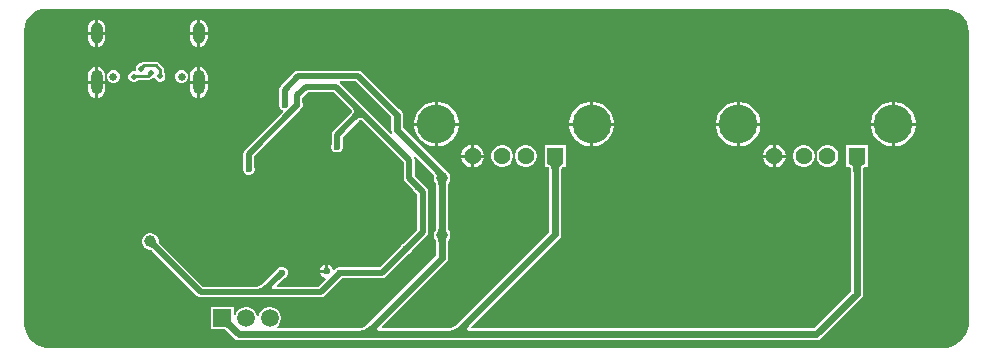
<source format=gbl>
G04*
G04 #@! TF.GenerationSoftware,Altium Limited,Altium Designer,23.5.1 (21)*
G04*
G04 Layer_Physical_Order=2*
G04 Layer_Color=16711680*
%FSLAX44Y44*%
%MOMM*%
G71*
G04*
G04 #@! TF.SameCoordinates,2BC34154-30F2-4EB8-A0CA-646768C512BA*
G04*
G04*
G04 #@! TF.FilePolarity,Positive*
G04*
G01*
G75*
%ADD12C,0.2540*%
G04:AMPARAMS|DCode=43|XSize=1mm|YSize=1.8mm|CornerRadius=0.5mm|HoleSize=0mm|Usage=FLASHONLY|Rotation=180.000|XOffset=0mm|YOffset=0mm|HoleType=Round|Shape=RoundedRectangle|*
%AMROUNDEDRECTD43*
21,1,1.0000,0.8000,0,0,180.0*
21,1,0.0000,1.8000,0,0,180.0*
1,1,1.0000,0.0000,0.4000*
1,1,1.0000,0.0000,0.4000*
1,1,1.0000,0.0000,-0.4000*
1,1,1.0000,0.0000,-0.4000*
%
%ADD43ROUNDEDRECTD43*%
G04:AMPARAMS|DCode=44|XSize=1mm|YSize=2.1mm|CornerRadius=0.5mm|HoleSize=0mm|Usage=FLASHONLY|Rotation=180.000|XOffset=0mm|YOffset=0mm|HoleType=Round|Shape=RoundedRectangle|*
%AMROUNDEDRECTD44*
21,1,1.0000,1.1000,0,0,180.0*
21,1,0.0000,2.1000,0,0,180.0*
1,1,1.0000,0.0000,0.5500*
1,1,1.0000,0.0000,0.5500*
1,1,1.0000,0.0000,-0.5500*
1,1,1.0000,0.0000,-0.5500*
%
%ADD44ROUNDEDRECTD44*%
%ADD45C,0.6500*%
%ADD53C,0.5000*%
%ADD55C,0.6000*%
%ADD61R,1.4280X1.4280*%
%ADD62C,1.4280*%
%ADD63C,3.2760*%
%ADD64C,4.5000*%
%ADD65C,1.5000*%
%ADD66R,1.5000X1.5000*%
%ADD67C,0.6000*%
%ADD68C,1.0000*%
%ADD69C,0.5000*%
%ADD70C,1.2000*%
G36*
X974090Y1273810D02*
X976179Y1273770D01*
X980261Y1272876D01*
X984091Y1271204D01*
X987520Y1268816D01*
X990418Y1265805D01*
X992673Y1262287D01*
X994198Y1258396D01*
X994934Y1254283D01*
X994894Y1252194D01*
X994894Y1252194D01*
X994894Y1252194D01*
X994410Y1008380D01*
X994410Y1006254D01*
X993580Y1002082D01*
X991953Y998153D01*
X989590Y994617D01*
X986583Y991610D01*
X983047Y989247D01*
X979118Y987619D01*
X974946Y986790D01*
X972820Y986790D01*
X215900D01*
X213773Y986790D01*
X209602Y987620D01*
X205673Y989247D01*
X202137Y991610D01*
X199130Y994617D01*
X196767Y998153D01*
X195140Y1002082D01*
X194310Y1006254D01*
X194310Y1008380D01*
Y1253490D01*
Y1255491D01*
X195091Y1259417D01*
X196623Y1263115D01*
X198846Y1266443D01*
X201677Y1269273D01*
X205005Y1271497D01*
X208703Y1273029D01*
X212629Y1273810D01*
X214630D01*
X974090Y1273810D01*
D02*
G37*
%LPC*%
G36*
X257270Y1264426D02*
Y1254258D01*
X263605D01*
Y1256988D01*
X263346Y1258957D01*
X262586Y1260791D01*
X261378Y1262366D01*
X259803Y1263575D01*
X257968Y1264334D01*
X257270Y1264426D01*
D02*
G37*
G36*
X343670D02*
Y1254258D01*
X350005D01*
Y1256988D01*
X349746Y1258957D01*
X348986Y1260791D01*
X347778Y1262366D01*
X346203Y1263575D01*
X344368Y1264334D01*
X343670Y1264426D01*
D02*
G37*
G36*
X254730D02*
X254032Y1264334D01*
X252197Y1263575D01*
X250622Y1262366D01*
X249414Y1260791D01*
X248654Y1258957D01*
X248395Y1256988D01*
Y1254258D01*
X254730D01*
Y1264426D01*
D02*
G37*
G36*
X341130D02*
X340432Y1264334D01*
X338597Y1263575D01*
X337022Y1262366D01*
X335814Y1260791D01*
X335054Y1258957D01*
X334795Y1256988D01*
Y1254258D01*
X341130D01*
Y1264426D01*
D02*
G37*
G36*
X350005Y1251718D02*
X343670D01*
Y1241551D01*
X344368Y1241643D01*
X346203Y1242402D01*
X347778Y1243611D01*
X348986Y1245186D01*
X349746Y1247020D01*
X350005Y1248988D01*
Y1251718D01*
D02*
G37*
G36*
X263605D02*
X257270D01*
Y1241551D01*
X257968Y1241643D01*
X259803Y1242402D01*
X261378Y1243611D01*
X262586Y1245186D01*
X263346Y1247020D01*
X263605Y1248988D01*
Y1251718D01*
D02*
G37*
G36*
X341130D02*
X334795D01*
Y1248988D01*
X335054Y1247020D01*
X335814Y1245186D01*
X337022Y1243611D01*
X338597Y1242402D01*
X340432Y1241643D01*
X341130Y1241551D01*
Y1251718D01*
D02*
G37*
G36*
X254730D02*
X248395D01*
Y1248988D01*
X248654Y1247020D01*
X249414Y1245186D01*
X250622Y1243611D01*
X252197Y1242402D01*
X254032Y1241643D01*
X254730Y1241551D01*
Y1251718D01*
D02*
G37*
G36*
X257270Y1224126D02*
Y1212458D01*
X263605D01*
Y1216689D01*
X263346Y1218657D01*
X262586Y1220491D01*
X261378Y1222066D01*
X259803Y1223275D01*
X257968Y1224034D01*
X257270Y1224126D01*
D02*
G37*
G36*
X343670D02*
Y1212458D01*
X350005D01*
Y1216689D01*
X349746Y1218657D01*
X348986Y1220491D01*
X347778Y1222066D01*
X346203Y1223275D01*
X344368Y1224034D01*
X343670Y1224126D01*
D02*
G37*
G36*
X254730D02*
X254032Y1224034D01*
X252197Y1223275D01*
X250622Y1222066D01*
X249414Y1220491D01*
X248654Y1218657D01*
X248395Y1216689D01*
Y1212458D01*
X254730D01*
Y1224126D01*
D02*
G37*
G36*
X341130D02*
X340432Y1224034D01*
X338597Y1223275D01*
X337022Y1222066D01*
X335814Y1220491D01*
X335054Y1218657D01*
X334795Y1216689D01*
Y1212458D01*
X341130D01*
Y1224126D01*
D02*
G37*
G36*
X306144Y1228935D02*
X296307D01*
X295031Y1228681D01*
X293950Y1227958D01*
X293366Y1227374D01*
X293301Y1227320D01*
X292694D01*
X291040Y1226635D01*
X289774Y1225369D01*
X289089Y1223715D01*
Y1221925D01*
X289236Y1221571D01*
X288706Y1220920D01*
X288287Y1220543D01*
X286608D01*
X284954Y1219858D01*
X283689Y1218592D01*
X283004Y1216938D01*
Y1215148D01*
X283689Y1213494D01*
X284954Y1212228D01*
X286608Y1211543D01*
X288399D01*
X290053Y1212228D01*
X290793Y1212969D01*
X290819Y1212973D01*
X290906Y1212981D01*
X299460D01*
X300736Y1213235D01*
X301817Y1213958D01*
X302559Y1214700D01*
X302895D01*
X304205Y1215243D01*
X304672Y1215314D01*
X305688Y1214728D01*
X306085Y1213771D01*
X307351Y1212505D01*
X309005Y1211820D01*
X310795D01*
X312449Y1212505D01*
X313715Y1213771D01*
X314400Y1215425D01*
Y1217215D01*
X313715Y1218869D01*
X313203Y1219381D01*
X313192Y1219430D01*
X313181Y1219501D01*
X313174Y1219579D01*
Y1221904D01*
X312920Y1223180D01*
X312197Y1224262D01*
X308501Y1227958D01*
X307420Y1228681D01*
X306144Y1228935D01*
D02*
G37*
G36*
X329144Y1221439D02*
X327056D01*
X325126Y1220639D01*
X323649Y1219162D01*
X322850Y1217233D01*
Y1215144D01*
X323649Y1213215D01*
X325126Y1211738D01*
X327056Y1210938D01*
X329144D01*
X331074Y1211738D01*
X332551Y1213215D01*
X333350Y1215144D01*
Y1217233D01*
X332551Y1219162D01*
X331074Y1220639D01*
X329144Y1221439D01*
D02*
G37*
G36*
X271344D02*
X269256D01*
X267326Y1220639D01*
X265849Y1219162D01*
X265050Y1217233D01*
Y1215144D01*
X265849Y1213215D01*
X267326Y1211738D01*
X269256Y1210938D01*
X271344D01*
X273274Y1211738D01*
X274751Y1213215D01*
X275550Y1215144D01*
Y1217233D01*
X274751Y1219162D01*
X273274Y1220639D01*
X271344Y1221439D01*
D02*
G37*
G36*
X350005Y1209918D02*
X343670D01*
Y1198251D01*
X344368Y1198343D01*
X346203Y1199102D01*
X347778Y1200311D01*
X348986Y1201886D01*
X349746Y1203720D01*
X350005Y1205688D01*
Y1209918D01*
D02*
G37*
G36*
X263605D02*
X257270D01*
Y1198251D01*
X257968Y1198343D01*
X259803Y1199102D01*
X261378Y1200311D01*
X262586Y1201886D01*
X263346Y1203720D01*
X263605Y1205688D01*
Y1209918D01*
D02*
G37*
G36*
X341130D02*
X334795D01*
Y1205688D01*
X335054Y1203720D01*
X335814Y1201886D01*
X337022Y1200311D01*
X338597Y1199102D01*
X340432Y1198343D01*
X341130Y1198251D01*
Y1209918D01*
D02*
G37*
G36*
X254730D02*
X248395D01*
Y1205688D01*
X248654Y1203720D01*
X249414Y1201886D01*
X250622Y1200311D01*
X252197Y1199102D01*
X254032Y1198343D01*
X254730Y1198251D01*
Y1209918D01*
D02*
G37*
G36*
X932433Y1194920D02*
X931840D01*
Y1177270D01*
X949490D01*
Y1177863D01*
X948763Y1181519D01*
X947337Y1184962D01*
X945266Y1188061D01*
X942631Y1190696D01*
X939532Y1192767D01*
X936089Y1194193D01*
X932433Y1194920D01*
D02*
G37*
G36*
X801033D02*
X800440D01*
Y1177270D01*
X818090D01*
Y1177863D01*
X817363Y1181519D01*
X815937Y1184962D01*
X813866Y1188061D01*
X811231Y1190696D01*
X808132Y1192767D01*
X804689Y1194193D01*
X801033Y1194920D01*
D02*
G37*
G36*
X677023D02*
X676430D01*
Y1177270D01*
X694080D01*
Y1177863D01*
X693353Y1181519D01*
X691927Y1184962D01*
X689856Y1188061D01*
X687221Y1190696D01*
X684122Y1192767D01*
X680679Y1194193D01*
X677023Y1194920D01*
D02*
G37*
G36*
X545623D02*
X545030D01*
Y1177270D01*
X562680D01*
Y1177863D01*
X561953Y1181519D01*
X560527Y1184962D01*
X558456Y1188061D01*
X555821Y1190696D01*
X552722Y1192767D01*
X549279Y1194193D01*
X545623Y1194920D01*
D02*
G37*
G36*
X797900D02*
X797307D01*
X793651Y1194193D01*
X790208Y1192767D01*
X787109Y1190696D01*
X784474Y1188061D01*
X782403Y1184962D01*
X780977Y1181519D01*
X780250Y1177863D01*
Y1177270D01*
X797900D01*
Y1194920D01*
D02*
G37*
G36*
X673890D02*
X673297D01*
X669641Y1194193D01*
X666198Y1192767D01*
X663099Y1190696D01*
X660464Y1188061D01*
X658393Y1184962D01*
X656967Y1181519D01*
X656240Y1177863D01*
Y1177270D01*
X673890D01*
Y1194920D01*
D02*
G37*
G36*
X542490D02*
X541897D01*
X538241Y1194193D01*
X534798Y1192767D01*
X531699Y1190696D01*
X529064Y1188061D01*
X526993Y1184962D01*
X525567Y1181519D01*
X524840Y1177863D01*
Y1177270D01*
X542490D01*
Y1194920D01*
D02*
G37*
G36*
X929300D02*
X928707D01*
X925051Y1194193D01*
X921608Y1192767D01*
X918509Y1190696D01*
X915874Y1188061D01*
X913803Y1184962D01*
X912377Y1181519D01*
X911650Y1177863D01*
Y1177270D01*
X929300D01*
Y1194920D01*
D02*
G37*
G36*
X949490Y1174730D02*
X931840D01*
Y1157080D01*
X932433D01*
X936089Y1157807D01*
X939532Y1159233D01*
X942631Y1161304D01*
X945266Y1163939D01*
X947337Y1167038D01*
X948763Y1170481D01*
X949490Y1174137D01*
Y1174730D01*
D02*
G37*
G36*
X929300D02*
X911650D01*
Y1174137D01*
X912377Y1170481D01*
X913803Y1167038D01*
X915874Y1163939D01*
X918509Y1161304D01*
X921608Y1159233D01*
X925051Y1157807D01*
X928707Y1157080D01*
X929300D01*
Y1174730D01*
D02*
G37*
G36*
X818090D02*
X800440D01*
Y1157080D01*
X801033D01*
X804689Y1157807D01*
X808132Y1159233D01*
X811231Y1161304D01*
X813866Y1163939D01*
X815937Y1167038D01*
X817363Y1170481D01*
X818090Y1174137D01*
Y1174730D01*
D02*
G37*
G36*
X797900D02*
X780250D01*
Y1174137D01*
X780977Y1170481D01*
X782403Y1167038D01*
X784474Y1163939D01*
X787109Y1161304D01*
X790208Y1159233D01*
X793651Y1157807D01*
X797307Y1157080D01*
X797900D01*
Y1174730D01*
D02*
G37*
G36*
X694080D02*
X676430D01*
Y1157080D01*
X677023D01*
X680679Y1157807D01*
X684122Y1159233D01*
X687221Y1161304D01*
X689856Y1163939D01*
X691927Y1167038D01*
X693353Y1170481D01*
X694080Y1174137D01*
Y1174730D01*
D02*
G37*
G36*
X673890D02*
X656240D01*
Y1174137D01*
X656967Y1170481D01*
X658393Y1167038D01*
X660464Y1163939D01*
X663099Y1161304D01*
X666198Y1159233D01*
X669641Y1157807D01*
X673297Y1157080D01*
X673890D01*
Y1174730D01*
D02*
G37*
G36*
X562680D02*
X545030D01*
Y1157080D01*
X545623D01*
X549279Y1157807D01*
X552722Y1159233D01*
X555821Y1161304D01*
X558456Y1163939D01*
X560527Y1167038D01*
X561953Y1170481D01*
X562680Y1174137D01*
Y1174730D01*
D02*
G37*
G36*
X542490D02*
X524840D01*
Y1174137D01*
X525567Y1170481D01*
X526993Y1167038D01*
X529064Y1163939D01*
X531699Y1161304D01*
X534798Y1159233D01*
X538241Y1157807D01*
X541897Y1157080D01*
X542490D01*
Y1174730D01*
D02*
G37*
G36*
X831144Y1158580D02*
X831140D01*
Y1150170D01*
X839550D01*
Y1150174D01*
X838890Y1152636D01*
X837616Y1154844D01*
X835814Y1156646D01*
X833606Y1157920D01*
X831144Y1158580D01*
D02*
G37*
G36*
X575734D02*
X575730D01*
Y1150170D01*
X584140D01*
Y1150174D01*
X583480Y1152636D01*
X582206Y1154844D01*
X580404Y1156646D01*
X578196Y1157920D01*
X575734Y1158580D01*
D02*
G37*
G36*
X828600D02*
X828596D01*
X826134Y1157920D01*
X823926Y1156646D01*
X822124Y1154844D01*
X820850Y1152636D01*
X820190Y1150174D01*
Y1150170D01*
X828600D01*
Y1158580D01*
D02*
G37*
G36*
X573190D02*
X573186D01*
X570724Y1157920D01*
X568516Y1156646D01*
X566714Y1154844D01*
X565440Y1152636D01*
X564780Y1150174D01*
Y1150170D01*
X573190D01*
Y1158580D01*
D02*
G37*
G36*
X876073Y1158040D02*
X873667D01*
X871342Y1157417D01*
X869258Y1156214D01*
X867556Y1154512D01*
X866353Y1152428D01*
X865730Y1150103D01*
Y1147697D01*
X866353Y1145372D01*
X867556Y1143288D01*
X869258Y1141586D01*
X871342Y1140383D01*
X873667Y1139760D01*
X876073D01*
X878398Y1140383D01*
X880482Y1141586D01*
X882184Y1143288D01*
X883387Y1145372D01*
X884010Y1147697D01*
Y1150103D01*
X883387Y1152428D01*
X882184Y1154512D01*
X880482Y1156214D01*
X878398Y1157417D01*
X876073Y1158040D01*
D02*
G37*
G36*
X856073D02*
X853667D01*
X851342Y1157417D01*
X849258Y1156214D01*
X847556Y1154512D01*
X846353Y1152428D01*
X845730Y1150103D01*
Y1147697D01*
X846353Y1145372D01*
X847556Y1143288D01*
X849258Y1141586D01*
X851342Y1140383D01*
X853667Y1139760D01*
X856073D01*
X858398Y1140383D01*
X860482Y1141586D01*
X862184Y1143288D01*
X863387Y1145372D01*
X864010Y1147697D01*
Y1150103D01*
X863387Y1152428D01*
X862184Y1154512D01*
X860482Y1156214D01*
X858398Y1157417D01*
X856073Y1158040D01*
D02*
G37*
G36*
X620663D02*
X618257D01*
X615932Y1157417D01*
X613848Y1156214D01*
X612146Y1154512D01*
X610943Y1152428D01*
X610320Y1150103D01*
Y1147697D01*
X610943Y1145372D01*
X612146Y1143288D01*
X613848Y1141586D01*
X615932Y1140383D01*
X618257Y1139760D01*
X620663D01*
X622988Y1140383D01*
X625072Y1141586D01*
X626774Y1143288D01*
X627977Y1145372D01*
X628600Y1147697D01*
Y1150103D01*
X627977Y1152428D01*
X626774Y1154512D01*
X625072Y1156214D01*
X622988Y1157417D01*
X620663Y1158040D01*
D02*
G37*
G36*
X600663D02*
X598257D01*
X595932Y1157417D01*
X593848Y1156214D01*
X592146Y1154512D01*
X590943Y1152428D01*
X590320Y1150103D01*
Y1147697D01*
X590943Y1145372D01*
X592146Y1143288D01*
X593848Y1141586D01*
X595932Y1140383D01*
X598257Y1139760D01*
X600663D01*
X602988Y1140383D01*
X605072Y1141586D01*
X606774Y1143288D01*
X607977Y1145372D01*
X608600Y1147697D01*
Y1150103D01*
X607977Y1152428D01*
X606774Y1154512D01*
X605072Y1156214D01*
X602988Y1157417D01*
X600663Y1158040D01*
D02*
G37*
G36*
X839550Y1147630D02*
X831140D01*
Y1139220D01*
X831144D01*
X833606Y1139880D01*
X835814Y1141154D01*
X837616Y1142956D01*
X838890Y1145164D01*
X839550Y1147626D01*
Y1147630D01*
D02*
G37*
G36*
X828600D02*
X820190D01*
Y1147626D01*
X820850Y1145164D01*
X822124Y1142956D01*
X823926Y1141154D01*
X826134Y1139880D01*
X828596Y1139220D01*
X828600D01*
Y1147630D01*
D02*
G37*
G36*
X584140D02*
X575730D01*
Y1139220D01*
X575734D01*
X578196Y1139880D01*
X580404Y1141154D01*
X582206Y1142956D01*
X583480Y1145164D01*
X584140Y1147626D01*
Y1147630D01*
D02*
G37*
G36*
X573190D02*
X564780D01*
Y1147626D01*
X565440Y1145164D01*
X566714Y1142956D01*
X568516Y1141154D01*
X570724Y1139880D01*
X573186Y1139220D01*
X573190D01*
Y1147630D01*
D02*
G37*
G36*
X449685Y1057030D02*
X447817Y1056257D01*
X446258Y1054698D01*
X445485Y1052830D01*
X449685D01*
Y1057030D01*
D02*
G37*
G36*
X477620Y1221248D02*
X426720D01*
X424964Y1220899D01*
X423476Y1219904D01*
X412046Y1208474D01*
X411051Y1206986D01*
X410702Y1205230D01*
Y1194519D01*
X410290Y1193525D01*
Y1191535D01*
X411051Y1189698D01*
X412458Y1188291D01*
X413687Y1187782D01*
X414058Y1186357D01*
X381566Y1153864D01*
X380571Y1152376D01*
X380222Y1150620D01*
Y1139909D01*
X379810Y1138915D01*
Y1136925D01*
X380571Y1135088D01*
X381978Y1133681D01*
X383815Y1132920D01*
X385805D01*
X387642Y1133681D01*
X389049Y1135088D01*
X389810Y1136925D01*
Y1138915D01*
X389398Y1139909D01*
Y1148719D01*
X428503Y1187824D01*
X429498Y1189313D01*
X429546Y1189555D01*
X429689Y1189698D01*
X430450Y1191535D01*
Y1193525D01*
X430229Y1194057D01*
Y1198381D01*
X435030Y1203182D01*
X456570D01*
X471419Y1188333D01*
X471729Y1187890D01*
X471936Y1187475D01*
X472041Y1187124D01*
X472072Y1186815D01*
X472041Y1186506D01*
X471936Y1186155D01*
X471729Y1185740D01*
X471419Y1185297D01*
X456496Y1170374D01*
X455501Y1168886D01*
X455152Y1167130D01*
Y1158959D01*
X454740Y1157965D01*
Y1155975D01*
X455501Y1154138D01*
X456908Y1152731D01*
X458745Y1151970D01*
X460735D01*
X462572Y1152731D01*
X463979Y1154138D01*
X464740Y1155975D01*
Y1157965D01*
X464328Y1158959D01*
Y1165229D01*
X477907Y1178809D01*
X478350Y1179119D01*
X478765Y1179326D01*
X479116Y1179431D01*
X479425Y1179462D01*
X479734Y1179431D01*
X480085Y1179326D01*
X480500Y1179119D01*
X480943Y1178809D01*
X516112Y1143640D01*
Y1130300D01*
X516461Y1128544D01*
X517456Y1127056D01*
X523669Y1120842D01*
X524081Y1119848D01*
X525488Y1118441D01*
X526482Y1118029D01*
X527542Y1116970D01*
Y1086480D01*
X516322Y1075261D01*
X515328Y1074849D01*
X513921Y1073442D01*
X513509Y1072448D01*
X495939Y1054878D01*
X464269D01*
X463275Y1055290D01*
X461285D01*
X459448Y1054529D01*
X458041Y1053122D01*
X457765Y1052456D01*
X456579Y1052648D01*
X456485Y1052685D01*
X455652Y1054698D01*
X454093Y1056257D01*
X452225Y1057030D01*
Y1051560D01*
X450955D01*
Y1050290D01*
X445485D01*
X446258Y1048422D01*
X447817Y1046863D01*
X449853Y1046020D01*
X449862D01*
X450348Y1044847D01*
X443870Y1038368D01*
X408976D01*
X408490Y1039541D01*
X414588Y1045639D01*
X415582Y1046051D01*
X416989Y1047458D01*
X417750Y1049295D01*
Y1051285D01*
X416989Y1053122D01*
X415582Y1054529D01*
X413745Y1055290D01*
X411755D01*
X409918Y1054529D01*
X408511Y1053122D01*
X408099Y1052128D01*
X396560Y1040588D01*
X396055Y1040185D01*
X395409Y1039745D01*
X394743Y1039368D01*
X394057Y1039050D01*
X393347Y1038789D01*
X392610Y1038586D01*
X391842Y1038439D01*
X391200Y1038368D01*
X346342D01*
X309320Y1075390D01*
X309182Y1075561D01*
X308998Y1075817D01*
X308857Y1076041D01*
X308758Y1076229D01*
X308696Y1076375D01*
X308665Y1076475D01*
X308655Y1076528D01*
X308645Y1076683D01*
X308610Y1076818D01*
Y1077533D01*
X308133Y1079314D01*
X307211Y1080910D01*
X305908Y1082213D01*
X304312Y1083135D01*
X302532Y1083612D01*
X300688D01*
X298908Y1083135D01*
X297312Y1082213D01*
X296009Y1080910D01*
X295087Y1079314D01*
X294610Y1077533D01*
Y1075690D01*
X295087Y1073910D01*
X296009Y1072314D01*
X297312Y1071010D01*
X298908Y1070089D01*
X300688Y1069612D01*
X301404D01*
X301539Y1069576D01*
X301693Y1069567D01*
X301747Y1069557D01*
X301847Y1069526D01*
X301993Y1069464D01*
X302181Y1069364D01*
X302405Y1069223D01*
X302640Y1069054D01*
X302895Y1068838D01*
X341197Y1030536D01*
X342686Y1029541D01*
X344442Y1029192D01*
X445770D01*
X447526Y1029541D01*
X449014Y1030536D01*
X464118Y1045639D01*
X464269Y1045702D01*
X497840D01*
X499596Y1046051D01*
X501084Y1047046D01*
X519998Y1065959D01*
X520992Y1066371D01*
X522399Y1067778D01*
X522811Y1068772D01*
X535374Y1081336D01*
X536369Y1082824D01*
X536718Y1084580D01*
Y1118870D01*
X536369Y1120626D01*
X535374Y1122114D01*
X532971Y1124518D01*
X532559Y1125512D01*
X531152Y1126919D01*
X530158Y1127331D01*
X525288Y1132200D01*
Y1145540D01*
X524939Y1147296D01*
X524456Y1148018D01*
X525443Y1148828D01*
X541658Y1132613D01*
X541684Y1132583D01*
X541707Y1132552D01*
X541830Y1131932D01*
X541640Y1131222D01*
Y1129378D01*
X542117Y1127598D01*
X543039Y1126002D01*
X543447Y1125593D01*
X543462Y1125532D01*
X543488Y1125384D01*
X543542Y1124584D01*
Y1087466D01*
X543494Y1086991D01*
X543462Y1086808D01*
X543447Y1086747D01*
X543039Y1086338D01*
X542117Y1084742D01*
X541640Y1082962D01*
Y1081118D01*
X542117Y1079338D01*
X543039Y1077742D01*
X543447Y1077333D01*
X543462Y1077272D01*
X543488Y1077123D01*
X543542Y1076324D01*
Y1064852D01*
X484526Y1005836D01*
X483891Y1005327D01*
X483088Y1004782D01*
X482261Y1004312D01*
X481407Y1003916D01*
X480523Y1003592D01*
X479607Y1003339D01*
X478653Y1003158D01*
X477845Y1003068D01*
X408833D01*
X408593Y1004338D01*
X410192Y1005937D01*
X411443Y1008103D01*
X412090Y1010519D01*
Y1013021D01*
X411443Y1015437D01*
X410192Y1017603D01*
X408423Y1019372D01*
X406257Y1020623D01*
X403841Y1021270D01*
X401339D01*
X398923Y1020623D01*
X396757Y1019372D01*
X394988Y1017603D01*
X393737Y1015437D01*
X393247Y1013608D01*
X391933D01*
X391442Y1015437D01*
X390192Y1017603D01*
X388423Y1019372D01*
X386257Y1020623D01*
X383841Y1021270D01*
X381339D01*
X378923Y1020623D01*
X376757Y1019372D01*
X374988Y1017603D01*
X373737Y1015437D01*
X373360Y1014028D01*
X372090Y1014195D01*
Y1021270D01*
X353090D01*
Y1002270D01*
X361530D01*
X361574Y1002261D01*
X361618Y1002270D01*
X364199D01*
X364557Y1002066D01*
X365379Y1001494D01*
X367183Y999967D01*
X372785Y994365D01*
X374439Y993260D01*
X376390Y992872D01*
X865535D01*
X867486Y993260D01*
X869139Y994365D01*
X903475Y1028700D01*
X904580Y1030354D01*
X904968Y1032305D01*
Y1137167D01*
X905014Y1137693D01*
X905135Y1138417D01*
X905286Y1138977D01*
X905445Y1139367D01*
X905583Y1139593D01*
X905671Y1139687D01*
X905709Y1139712D01*
X905752Y1139728D01*
X906060Y1139760D01*
X909010D01*
Y1158040D01*
X890730D01*
Y1139760D01*
X893680D01*
X893988Y1139728D01*
X894031Y1139712D01*
X894069Y1139687D01*
X894157Y1139593D01*
X894295Y1139367D01*
X894454Y1138977D01*
X894605Y1138417D01*
X894726Y1137693D01*
X894772Y1137167D01*
Y1034417D01*
X863423Y1003068D01*
X573787D01*
X573301Y1004241D01*
X648065Y1079005D01*
X649170Y1080659D01*
X649558Y1082610D01*
Y1137167D01*
X649604Y1137693D01*
X649725Y1138417D01*
X649876Y1138977D01*
X650035Y1139367D01*
X650173Y1139593D01*
X650261Y1139687D01*
X650299Y1139712D01*
X650342Y1139728D01*
X650650Y1139760D01*
X653600D01*
Y1158040D01*
X635320D01*
Y1139760D01*
X638270D01*
X638578Y1139728D01*
X638621Y1139712D01*
X638659Y1139687D01*
X638747Y1139593D01*
X638885Y1139367D01*
X639044Y1138977D01*
X639195Y1138417D01*
X639316Y1137693D01*
X639362Y1137167D01*
Y1084722D01*
X560476Y1005836D01*
X559841Y1005327D01*
X559038Y1004782D01*
X558211Y1004312D01*
X557357Y1003916D01*
X556473Y1003592D01*
X555557Y1003339D01*
X554603Y1003158D01*
X553795Y1003068D01*
X497837D01*
X497351Y1004241D01*
X552245Y1059135D01*
X553350Y1060789D01*
X553738Y1062740D01*
Y1076324D01*
X553792Y1077123D01*
X553818Y1077272D01*
X553833Y1077333D01*
X554241Y1077742D01*
X555163Y1079338D01*
X555640Y1081118D01*
Y1082962D01*
X555163Y1084742D01*
X554241Y1086338D01*
X553833Y1086747D01*
X553818Y1086808D01*
X553792Y1086956D01*
X553738Y1087756D01*
Y1124874D01*
X553786Y1125349D01*
X553818Y1125532D01*
X553833Y1125593D01*
X554241Y1126002D01*
X555163Y1127598D01*
X555640Y1129378D01*
Y1131222D01*
X555163Y1133002D01*
X554241Y1134598D01*
X552938Y1135901D01*
X551615Y1136665D01*
X550945Y1137398D01*
X550245Y1138445D01*
X515688Y1173001D01*
Y1183690D01*
X515590Y1184183D01*
Y1184685D01*
X515398Y1185149D01*
X515300Y1185641D01*
X515021Y1186059D01*
X514829Y1186522D01*
X514474Y1186878D01*
X514195Y1187295D01*
X513778Y1187574D01*
X513422Y1187929D01*
X512958Y1188121D01*
X512541Y1188400D01*
X512326Y1188443D01*
X480865Y1219904D01*
X479376Y1220899D01*
X477620Y1221248D01*
D02*
G37*
%LPD*%
G36*
X297057Y1224555D02*
X296863Y1224355D01*
X296408Y1223824D01*
X296299Y1223669D01*
X296212Y1223526D01*
X296146Y1223394D01*
X296102Y1223273D01*
X296079Y1223164D01*
X296077Y1223065D01*
X293746Y1225315D01*
X293842Y1225320D01*
X293950Y1225346D01*
X294069Y1225393D01*
X294199Y1225461D01*
X294341Y1225551D01*
X294495Y1225661D01*
X294837Y1225945D01*
X295224Y1226314D01*
X297057Y1224555D01*
D02*
G37*
G36*
X311115Y1219738D02*
X311155Y1219253D01*
X311189Y1219039D01*
X311234Y1218844D01*
X311289Y1218667D01*
X311353Y1218509D01*
X311428Y1218370D01*
X311512Y1218249D01*
X311607Y1218147D01*
X308108Y1218063D01*
X308195Y1218167D01*
X308274Y1218290D01*
X308344Y1218431D01*
X308403Y1218591D01*
X308454Y1218769D01*
X308496Y1218966D01*
X308528Y1219181D01*
X308565Y1219666D01*
X308570Y1219937D01*
X311110Y1220008D01*
X311115Y1219738D01*
D02*
G37*
G36*
X301981Y1216700D02*
X301906Y1216690D01*
X301818Y1216659D01*
X301715Y1216608D01*
X301598Y1216535D01*
X301467Y1216442D01*
X301164Y1216193D01*
X300804Y1215860D01*
X300602Y1215662D01*
X298602Y1217253D01*
X298797Y1217454D01*
X299250Y1217980D01*
X299356Y1218131D01*
X299440Y1218269D01*
X299501Y1218395D01*
X299540Y1218508D01*
X299557Y1218608D01*
X299551Y1218697D01*
X301981Y1216700D01*
D02*
G37*
G36*
X289193Y1217903D02*
X289316Y1217836D01*
X289458Y1217777D01*
X289618Y1217727D01*
X289798Y1217683D01*
X289995Y1217648D01*
X290446Y1217601D01*
X290699Y1217589D01*
X290971Y1217586D01*
X291296Y1215045D01*
X291026Y1215040D01*
X290545Y1214996D01*
X290333Y1214958D01*
X290141Y1214909D01*
X289968Y1214848D01*
X289814Y1214777D01*
X289680Y1214695D01*
X289565Y1214602D01*
X289469Y1214498D01*
X289088Y1217977D01*
X289193Y1217903D01*
D02*
G37*
G36*
X479425Y1186815D02*
X482961Y1179744D01*
X482253Y1180380D01*
X481546Y1180875D01*
X480839Y1181229D01*
X480132Y1181441D01*
X479425Y1181512D01*
X478718Y1181441D01*
X478011Y1181229D01*
X477304Y1180875D01*
X476597Y1180380D01*
X475890Y1179744D01*
X472354Y1183279D01*
X472990Y1183987D01*
X473485Y1184694D01*
X473839Y1185401D01*
X474051Y1186108D01*
X474122Y1186815D01*
X474051Y1187522D01*
X473839Y1188229D01*
X473485Y1188936D01*
X472990Y1189643D01*
X472354Y1190350D01*
X479425Y1186815D01*
D02*
G37*
G36*
X505492Y1182299D02*
Y1170890D01*
X505880Y1168939D01*
X506473Y1168051D01*
X505487Y1167242D01*
X482669Y1190059D01*
X461927Y1210802D01*
X462122Y1211628D01*
X462418Y1212072D01*
X475720D01*
X505492Y1182299D01*
D02*
G37*
G36*
X905300Y1141730D02*
X904790Y1141551D01*
X904340Y1141251D01*
X903950Y1140831D01*
X903620Y1140291D01*
X903350Y1139631D01*
X903140Y1138850D01*
X902990Y1137951D01*
X902900Y1136930D01*
X902870Y1135790D01*
X896870D01*
X896840Y1136930D01*
X896750Y1137951D01*
X896600Y1138850D01*
X896390Y1139631D01*
X896120Y1140291D01*
X895790Y1140831D01*
X895400Y1141251D01*
X894950Y1141551D01*
X894440Y1141730D01*
X893870Y1141790D01*
X905870D01*
X905300Y1141730D01*
D02*
G37*
G36*
X649890D02*
X649380Y1141551D01*
X648930Y1141251D01*
X648540Y1140831D01*
X648210Y1140291D01*
X647940Y1139631D01*
X647730Y1138850D01*
X647580Y1137951D01*
X647490Y1136930D01*
X647460Y1135790D01*
X641460D01*
X641430Y1136930D01*
X641340Y1137951D01*
X641190Y1138850D01*
X640980Y1139631D01*
X640710Y1140291D01*
X640380Y1140831D01*
X639990Y1141251D01*
X639540Y1141551D01*
X639030Y1141730D01*
X638460Y1141790D01*
X650460D01*
X649890Y1141730D01*
D02*
G37*
G36*
X550389Y1134984D02*
X543992Y1132143D01*
X544031Y1132313D01*
X544022Y1132510D01*
X543965Y1132732D01*
X543861Y1132979D01*
X543709Y1133252D01*
X543510Y1133551D01*
X543263Y1133875D01*
X542626Y1134601D01*
X542236Y1135002D01*
X546610Y1139112D01*
X550389Y1134984D01*
D02*
G37*
G36*
X552045Y1126607D02*
X551960Y1126435D01*
X551885Y1126215D01*
X551820Y1125945D01*
X551765Y1125627D01*
X551685Y1124843D01*
X551645Y1123863D01*
X551640Y1123300D01*
X545640D01*
X545635Y1123863D01*
X545515Y1125627D01*
X545460Y1125945D01*
X545395Y1126215D01*
X545320Y1126435D01*
X545235Y1126607D01*
X545140Y1126729D01*
X552140D01*
X552045Y1126607D01*
D02*
G37*
G36*
X551645Y1088477D02*
X551765Y1086713D01*
X551820Y1086395D01*
X551885Y1086125D01*
X551960Y1085905D01*
X552045Y1085733D01*
X552140Y1085611D01*
X545140D01*
X545235Y1085733D01*
X545320Y1085905D01*
X545395Y1086125D01*
X545460Y1086395D01*
X545515Y1086713D01*
X545595Y1087497D01*
X545635Y1088477D01*
X545640Y1089040D01*
X551640D01*
X551645Y1088477D01*
D02*
G37*
G36*
X552045Y1079617D02*
X551960Y1079445D01*
X551885Y1079225D01*
X551820Y1078955D01*
X551765Y1078637D01*
X551754Y1078469D01*
X552140D01*
X552045Y1078347D01*
X551960Y1078175D01*
X551885Y1077955D01*
X551820Y1077685D01*
X551765Y1077367D01*
X551645Y1075603D01*
X551640Y1075040D01*
X545640D01*
X545635Y1075603D01*
X545515Y1077367D01*
X545460Y1077685D01*
X545395Y1077955D01*
X545320Y1078175D01*
X545235Y1078347D01*
X545140Y1078469D01*
X545532D01*
X545515Y1078637D01*
X545460Y1078955D01*
X545395Y1079225D01*
X545320Y1079445D01*
X545235Y1079617D01*
X545140Y1079739D01*
X552140D01*
X552045Y1079617D01*
D02*
G37*
G36*
X306627Y1076276D02*
X306683Y1075979D01*
X306779Y1075671D01*
X306915Y1075351D01*
X307091Y1075020D01*
X307306Y1074678D01*
X307560Y1074324D01*
X307854Y1073960D01*
X308561Y1073196D01*
X305026Y1069661D01*
X304638Y1070034D01*
X303897Y1070662D01*
X303544Y1070916D01*
X303202Y1071131D01*
X302871Y1071306D01*
X302551Y1071442D01*
X302243Y1071538D01*
X301946Y1071595D01*
X301660Y1071612D01*
X306610Y1076562D01*
X306627Y1076276D01*
D02*
G37*
G36*
X405189Y1039144D02*
X404738Y1038543D01*
X404458Y1038012D01*
X404348Y1037553D01*
X404409Y1037164D01*
X404641Y1036846D01*
X405044Y1036598D01*
X405617Y1036421D01*
X406361Y1036315D01*
X407276Y1036280D01*
X396240Y1031280D01*
X390205Y1036280D01*
X391190Y1036315D01*
X392146Y1036421D01*
X393073Y1036598D01*
X393970Y1036846D01*
X394838Y1037164D01*
X395677Y1037553D01*
X396487Y1038012D01*
X397267Y1038543D01*
X398018Y1039144D01*
X398740Y1039816D01*
X405811D01*
X405189Y1039144D01*
D02*
G37*
G36*
X369720Y1012319D02*
X369550Y1011768D01*
Y1011131D01*
X369720Y1010410D01*
X370060Y1009604D01*
X370569Y1008713D01*
X371247Y1007737D01*
X372096Y1006676D01*
X374302Y1004301D01*
X370060Y1000058D01*
X368829Y1001246D01*
X366623Y1003113D01*
X365647Y1003791D01*
X364756Y1004301D01*
X363950Y1004640D01*
X363229Y1004810D01*
X362592D01*
X362041Y1004640D01*
X361574Y1004301D01*
X370060Y1012786D01*
X369720Y1012319D01*
D02*
G37*
G36*
X570559Y1004407D02*
X570018Y1003685D01*
X569682Y1003049D01*
X569550Y1002497D01*
X569623Y1002031D01*
X569902Y1001649D01*
X570384Y1001352D01*
X571072Y1001140D01*
X571965Y1001012D01*
X573063Y1000970D01*
X559820Y994970D01*
X552577Y1000970D01*
X553760Y1001012D01*
X554907Y1001140D01*
X556019Y1001352D01*
X557096Y1001649D01*
X558138Y1002031D01*
X559145Y1002497D01*
X560116Y1003049D01*
X561053Y1003685D01*
X561954Y1004407D01*
X562820Y1005213D01*
X571305D01*
X570559Y1004407D01*
D02*
G37*
G36*
X494609D02*
X494068Y1003685D01*
X493731Y1003049D01*
X493600Y1002497D01*
X493673Y1002031D01*
X493951Y1001649D01*
X494435Y1001352D01*
X495122Y1001140D01*
X496015Y1001012D01*
X497113Y1000970D01*
X483870Y994970D01*
X476627Y1000970D01*
X477810Y1001012D01*
X478957Y1001140D01*
X480069Y1001352D01*
X481146Y1001649D01*
X482188Y1002031D01*
X483195Y1002497D01*
X484166Y1003049D01*
X485103Y1003685D01*
X486004Y1004407D01*
X486870Y1005213D01*
X495355D01*
X494609Y1004407D01*
D02*
G37*
D12*
X299460Y1216316D02*
X302344Y1219200D01*
X287776Y1216316D02*
X299460D01*
X287504Y1216043D02*
X287776Y1216316D01*
X309840Y1216380D02*
X309900Y1216320D01*
X309840Y1216380D02*
Y1221904D01*
X296307Y1225601D02*
X306144D01*
X309840Y1221904D01*
X293589Y1222883D02*
X296307Y1225601D01*
X293589Y1222820D02*
Y1222883D01*
D43*
X342400Y1252988D02*
D03*
X256000D02*
D03*
D44*
X342400Y1211189D02*
D03*
X256000D02*
D03*
D45*
X328100Y1216188D02*
D03*
X270300D02*
D03*
D53*
X459740Y1167130D02*
X479425Y1186815D01*
X459740Y1156970D02*
Y1167130D01*
X425259Y1192068D02*
X425450Y1192259D01*
X425259Y1191069D02*
Y1192068D01*
X384810Y1150620D02*
X425259Y1191069D01*
X415290Y1192530D02*
Y1205230D01*
X426720Y1216660D01*
X384810Y1137920D02*
Y1150620D01*
X425450Y1192530D02*
X425641Y1192721D01*
Y1200282D01*
X433130Y1207770D01*
X528320Y1122680D02*
X532130Y1118870D01*
X520700Y1130300D02*
X528320Y1122680D01*
X532130Y1084580D02*
Y1118870D01*
X518160Y1070610D02*
X532130Y1084580D01*
X497840Y1050290D02*
X518160Y1070610D01*
X520700Y1130300D02*
Y1145540D01*
X426720Y1216660D02*
X477620D01*
X510590Y1183690D01*
X433130Y1207770D02*
X458470D01*
X479425Y1186815D01*
X520700Y1145540D01*
X344442Y1033780D02*
X396240D01*
X301610Y1076612D02*
X344442Y1033780D01*
X445770D02*
X462280Y1050290D01*
X396240Y1033780D02*
X412750Y1050290D01*
X396240Y1033780D02*
X445770D01*
X462280Y1050290D02*
X497840D01*
D55*
X548640Y1130300D02*
Y1131382D01*
Y1082040D02*
Y1130300D01*
Y1062740D02*
Y1082040D01*
X510590Y1170890D02*
Y1183690D01*
X546640Y1133382D02*
X548640Y1131382D01*
X546640Y1133382D02*
Y1134840D01*
X510590Y1170890D02*
X546640Y1134840D01*
X483870Y997970D02*
X548640Y1062740D01*
X483870Y997970D02*
X559820D01*
X376390D02*
X483870D01*
X865535D02*
X899870Y1032305D01*
Y1148900D01*
X559820Y997970D02*
X865535D01*
X644460Y1082610D02*
Y1148900D01*
X559820Y997970D02*
X644460Y1082610D01*
X362590Y1011770D02*
X376390Y997970D01*
D61*
X644460Y1148900D02*
D03*
X899870D02*
D03*
D62*
X619460D02*
D03*
X599460D02*
D03*
X574460D02*
D03*
X829870D02*
D03*
X854870D02*
D03*
X874870D02*
D03*
D63*
X675160Y1176000D02*
D03*
X543760D02*
D03*
X799170D02*
D03*
X930570D02*
D03*
D64*
X224790Y1017270D02*
D03*
X963930Y1243330D02*
D03*
Y1017270D02*
D03*
X224790Y1243330D02*
D03*
D65*
X402590Y1011770D02*
D03*
X382590D02*
D03*
X422590D02*
D03*
D66*
X362590D02*
D03*
D67*
X417830Y1139190D02*
D03*
X432800Y1164590D02*
D03*
X510730Y1117640D02*
D03*
X459740Y1156970D02*
D03*
X417465Y1164360D02*
D03*
X415290Y1192530D02*
D03*
X393700Y1148080D02*
D03*
X435610Y1192530D02*
D03*
X425450D02*
D03*
X405130D02*
D03*
X445770D02*
D03*
X455930D02*
D03*
X451700Y1164590D02*
D03*
X528320Y1122680D02*
D03*
X518160Y1070610D02*
D03*
X491490Y1062990D02*
D03*
X384810Y1137920D02*
D03*
X374650Y1136650D02*
D03*
X394970Y1065530D02*
D03*
X479770Y1169380D02*
D03*
X512622Y1142248D02*
D03*
X510590Y1183690D02*
D03*
X510730Y1092429D02*
D03*
X326390Y1155700D02*
D03*
X243840Y1160780D02*
D03*
X372474Y1111130D02*
D03*
X335730Y1070610D02*
D03*
X339468Y1054027D02*
D03*
X379601Y1094101D02*
D03*
X384810Y1075690D02*
D03*
X727710Y1010920D02*
D03*
X748030D02*
D03*
X737870D02*
D03*
X462280Y1050290D02*
D03*
X412750D02*
D03*
X450955Y1051560D02*
D03*
X431800Y1234440D02*
D03*
X441960D02*
D03*
X452120D02*
D03*
X261620Y1192530D02*
D03*
X422910Y1054100D02*
D03*
X510730Y1105260D02*
D03*
X619760Y1084580D02*
D03*
X629920D02*
D03*
X609600D02*
D03*
X727710D02*
D03*
X737870D02*
D03*
X449654Y1122710D02*
D03*
X435610D02*
D03*
X463610D02*
D03*
Y1108710D02*
D03*
X435610D02*
D03*
X449610D02*
D03*
X435610Y1094710D02*
D03*
X449610D02*
D03*
X463610D02*
D03*
X748030Y1084580D02*
D03*
X284480Y1010920D02*
D03*
X294640D02*
D03*
X274320D02*
D03*
X275189Y1172994D02*
D03*
X322580Y1177290D02*
D03*
X629920Y1010920D02*
D03*
X619760D02*
D03*
X609600D02*
D03*
X331336Y1185044D02*
D03*
D68*
X548640Y1082040D02*
D03*
Y1130300D02*
D03*
X297595Y1115848D02*
D03*
X301610Y1076612D02*
D03*
X240030Y1116330D02*
D03*
D69*
X302000Y1219200D02*
D03*
X287504Y1216043D02*
D03*
X309900Y1216320D02*
D03*
X293589Y1222820D02*
D03*
D70*
X256540Y1064260D02*
D03*
M02*

</source>
